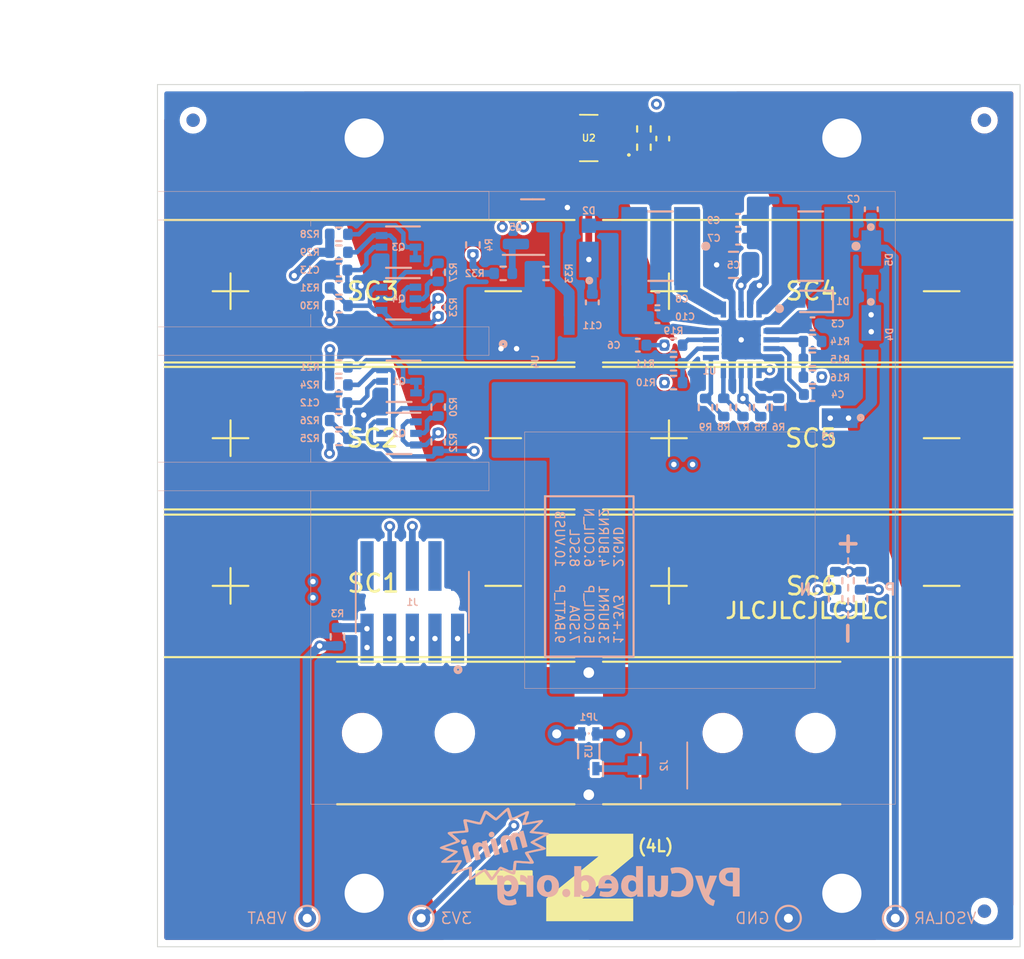
<source format=kicad_pcb>
(kicad_pcb (version 20211014) (generator pcbnew)
  (layers (0 "F.Cu" signal "Top") (1 "In1.Cu" signal) (2 "In2.Cu" signal) (31 "B.Cu" signal "Bottom") (34 "B.Paste" user) (35 "F.Paste" user) (36 "B.SilkS" user "B.Silkscreen") (37 "F.SilkS" user "F.Silkscreen") (38 "B.Mask" user) (39 "F.Mask" user) (44 "Edge.Cuts" user))
  (net 0 "")
  (net 1 "GND")
  (net 2 "+3V3")
  (net 3 "Net-(C7-Pad1)")
  (net 4 "Net-(L1-Pad2)")
  (net 5 "VOUT_EN")
  (net 6 "VSOLAR")
  (net 7 "VBAT_OK")
  (net 8 "VUSB")
  (net 9 "BATT_P")
  (net 10 "COIL_N")
  (net 11 "COIL_P")
  (net 12 "Net-(C4-Pad1)")
  (net 13 "Net-(C10-Pad1)")
  (net 14 "Net-(L2-Pad1)")
  (net 15 "Net-(R10-Pad2)")
  (net 16 "Net-(R5-Pad1)")
  (net 17 "Net-(R7-Pad1)")
  (net 18 "Net-(R8-Pad1)")
  (net 19 "Net-(R10-Pad1)")
  (net 20 "Net-(R14-Pad1)")
  (net 21 "Net-(C12-Pad1)")
  (net 22 "/coil")
  (net 23 "/VSOLAR_FULL")
  (net 24 "BURN1")
  (net 25 "Net-(C13-Pad1)")
  (net 26 "Net-(D3-Pad1)")
  (net 27 "SDA")
  (net 28 "SCL")
  (net 29 "BURN2")
  (net 30 "Net-(Q1-Pad2)")
  (net 31 "Net-(Q1-Pad6)")
  (net 32 "Net-(Q2-Pad2)")
  (net 33 "SCL_LS")
  (net 34 "Net-(Q3-Pad2)")
  (net 35 "Net-(Q3-Pad6)")
  (net 36 "Net-(Q4-Pad2)")
  (net 37 "SDA_LS")
  (net 38 "Net-(R1-Pad1)")
  (net 40 "VBAT")
  (net 41 "Net-(H5-Pad1)")
  (net 42 "Net-(H6-Pad1)")
  (net 43 "Net-(J2-Pad3)")
  (net 44 "/VBURN")
  (net 45 "Net-(Q5-Pad1)")
  (net 46 "Net-(Q5-Pad3)")
  (footprint "solarpanels:KXOB25-05X3F" (layer "F.Cu") (at 83.9 70.441)
    (fp_text reference "SC1")
    (fp_text value "SolarCell_Small")
  )
  (footprint "solarpanels:KXOB25-05X3F" (layer "F.Cu") (at 83.899988 62.15)
    (fp_text reference "SC2")
    (fp_text value "SolarCell_Small")
  )
  (footprint "solarpanels:KXOB25-05X3F" (layer "F.Cu") (at 108.5 53.9)
    (fp_text reference "SC4")
    (fp_text value "SolarCell_Small")
  )
  (footprint "solarpanels:KXOB25-05X3F" (layer "F.Cu") (at 108.5 62.15)
    (fp_text reference "SC5")
    (fp_text value "SolarCell_Small")
  )
  (footprint "solarpanels:KXOB25-05X3F" (layer "F.Cu") (at 108.5 70.441)
    (fp_text reference "SC6")
    (fp_text value "SolarCell_Small")
  )
  (footprint "Capacitor_SMD:C_0402_1005Metric" (layer "F.Cu") (at 110.85 45.33 -90)
    (fp_text reference "C1" hide)
    (fp_text value "1uF")
  )
  (footprint "Resistor_SMD:R_0402_1005Metric" (layer "F.Cu") (at 109.794203 45.815003 -90)
    (fp_text reference "R1" hide)
    (fp_text value "0")
  )
  (footprint "solarpanels:TSL2561" (layer "F.Cu") (at 106.7 45.3 180)
    (fp_text reference "U2")
    (fp_text value "TSL2561" hide)
  )
  (footprint "Resistor_SMD:R_0402_1005Metric" (layer "F.Cu") (at 109.794203 44.790003 -90)
    (fp_text reference "R2" hide)
    (fp_text value "0")
  )
  (footprint "Fiducial:Fiducial_0.75mm_Mask1.5mm" (layer "F.Cu") (at 128.9 88.7)
    (fp_text reference "REF**" hide)
    (fp_text value "Fiducial_0.75mm_Mask1.5mm")
  )
  (footprint "Fiducial:Fiducial_0.75mm_Mask1.5mm" (layer "F.Cu") (at 84.5 44.3)
    (fp_text reference "REF**" hide)
    (fp_text value "Fiducial_0.75mm_Mask1.5mm")
  )
  (footprint "Fiducial:Fiducial_0.75mm_Mask1.5mm" (layer "F.Cu") (at 128.9 44.3)
    (fp_text reference "REF**" hide)
    (fp_text value "Fiducial_0.75mm_Mask1.5mm")
  )
  (footprint "solarpanels:KXOB25-05X3F" (layer "F.Cu") (at 83.899988 53.9)
    (fp_text reference "SC3")
    (fp_text value "SolarCell_Small")
  )
  (footprint "custom-footprints:ypanel" (layer "F.Cu") (at 106.0958 86.5632)
    (fp_text reference "Ref**" hide)
    (fp_text value "Val**" hide)
  )
  (footprint "solarpanels:Antenna Mount" (layer "F.Cu") (at 108.5 78.7)
    (fp_text reference "H6" hide)
    (fp_text value "MountingHole_Pad")
  )
  (footprint "solarpanels:Antenna Mount" (layer "F.Cu") (at 104.9 78.7 180)
    (fp_text reference "H5" hide)
    (fp_text value "MountingHole_Pad")
  )
  (footprint "Capacitor_SMD:C_0805_2012Metric" (layer "B.Cu") (at 114.82425 52.421 180)
    (fp_text reference "C5")
    (fp_text value "100uF")
  )
  (footprint "Capacitor_SMD:C_0402_1005Metric" (layer "B.Cu") (at 115.07425 49.921 180)
    (fp_text reference "C9")
    (fp_text value "0.1uF")
  )
  (footprint "Capacitor_SMD:C_0402_1005Metric" (layer "B.Cu") (at 110.553035 54.328844)
    (fp_text reference "C8")
    (fp_text value "22uF")
  )
  (footprint "Capacitor_SMD:C_0402_1005Metric" (layer "B.Cu") (at 109.453035 56.928844 180)
    (fp_text reference "C6")
    (fp_text value "1uF")
  )
  (footprint "Capacitor_SMD:C_0402_1005Metric" (layer "B.Cu") (at 119.25 59.7)
    (fp_text reference "C4")
    (fp_text value "10nF")
  )
  (footprint "solarpanels:LPS4018" (layer "B.Cu") (at 110.7258 51.371 180)
    (fp_text reference "L2" hide)
    (fp_text value "10uH-LPS4018-103MR" hide)
  )
  (footprint "Resistor_SMD:R_0402_1005Metric" (layer "B.Cu") (at 119.25304 57.721 180)
    (fp_text reference "R15")
    (fp_text value "0")
  )
  (footprint "Resistor_SMD:R_0402_1005Metric" (layer "B.Cu") (at 113.25304 60.428844 90)
    (fp_text reference "R9")
    (fp_text value "4.53M")
  )
  (footprint "Resistor_SMD:R_0402_1005Metric" (layer "B.Cu") (at 111.453035 57.971)
    (fp_text reference "R11")
    (fp_text value "4.75M")
  )
  (footprint "Resistor_SMD:R_0402_1005Metric" (layer "B.Cu") (at 115.35304 60.421 90)
    (fp_text reference "R7")
    (fp_text value "374K")
  )
  (footprint "Resistor_SMD:R_0402_1005Metric" (layer "B.Cu") (at 111.453035 56.928844 180)
    (fp_text reference "R19")
    (fp_text value "0")
  )
  (footprint "Resistor_SMD:R_0402_1005Metric" (layer "B.Cu") (at 114.27425 60.421 90)
    (fp_text reference "R8")
    (fp_text value "8.25M")
  )
  (footprint "Resistor_SMD:R_0402_1005Metric" (layer "B.Cu") (at 119.25304 56.721)
    (fp_text reference "R14")
    (fp_text value "0")
  )
  (footprint "Resistor_SMD:R_0402_1005Metric" (layer "B.Cu") (at 111.453035 59.028844 180)
    (fp_text reference "R10")
    (fp_text value "8.25M")
  )
  (footprint "solarpanels:QFN50P350X350X100-21N-D" (layer "B.Cu") (at 115.253035 56.628844 180)
    (fp_text reference "U1")
    (fp_text value "BQ25570RGRR" hide)
  )
  (footprint "solarpanels:LPS4018" (layer "B.Cu") (at 119.15459 51.371 180)
    (fp_text reference "L1" hide)
    (fp_text value "22uH-LPS4018-223MR" hide)
  )
  (footprint "Resistor_SMD:R_0402_1005Metric" (layer "B.Cu") (at 119.253 58.7248 180)
    (fp_text reference "R16")
    (fp_text value "0")
  )
  (footprint "Resistor_SMD:R_0402_1005Metric" (layer "B.Cu") (at 116.35 60.428844 -90)
    (fp_text reference "R5")
    (fp_text value "7.32M")
  )
  (footprint "Capacitor_SMD:C_0402_1005Metric" (layer "B.Cu") (at 115.07425 50.921 180)
    (fp_text reference "C7")
    (fp_text value "4.7uF")
  )
  (footprint "solarpanels:MICROSMP" (layer "B.Cu") (at 106.7054 51.471 90)
    (fp_text reference "D2")
    (fp_text value "MSS1P4-M3_89A" hide)
  )
  (footprint "Resistor_SMD:R_0402_1005Metric" (layer "B.Cu") (at 117.35 60.421 90)
    (fp_text reference "R6")
    (fp_text value "5.62M")
  )
  (footprint "Capacitor_SMD:C_0402_1005Metric" (layer "B.Cu") (at 122.55304 49.298844 90)
    (fp_text reference "C2")
    (fp_text value "0.1uF")
  )
  (footprint "Capacitor_SMD:C_0402_1005Metric" (layer "B.Cu") (at 119.25304 55.728844)
    (fp_text reference "C3")
    (fp_text value "4.7uF")
  )
  (footprint "TestPoint:TestPoint_THTPad_D1.0mm_Drill0.5mm" (layer "B.Cu") (at 117.9 89.1)
    (fp_text reference "TP2" hide)
    (fp_text value "TP")
  )
  (footprint "TestPoint:TestPoint_THTPad_D1.0mm_Drill0.5mm" (layer "B.Cu") (at 97.3 89.1)
    (fp_text reference "TP3" hide)
    (fp_text value "TP")
  )
  (footprint "TestPoint:TestPoint_THTPad_D1.0mm_Drill0.5mm" (layer "B.Cu") (at 90.9 89.1)
    (fp_text reference "TP4" hide)
    (fp_text value "TP")
  )
  (footprint "TestPoint:TestPoint_THTPad_D1.0mm_Drill0.5mm" (layer "B.Cu") (at 123.9 89.1)
    (fp_text reference "TP1" hide)
    (fp_text value "TP")
  )
  (footprint "Resistor_SMD:R_0402_1005Metric" (layer "B.Cu") (at 120.55 71.16 90)
    (fp_text reference "R18" hide)
    (fp_text value "0")
  )
  (footprint "Resistor_SMD:R_0402_1005Metric" (layer "B.Cu") (at 120.55 70.15 90)
    (fp_text reference "R17" hide)
    (fp_text value "0")
  )
  (footprint "Resistor_SMD:R_0402_1005Metric" (layer "B.Cu") (at 121.95 70.15 90)
    (fp_text reference "R12" hide)
    (fp_text value "0")
  )
  (footprint "Resistor_SMD:R_0402_1005Metric" (layer "B.Cu") (at 121.95 71.16 90)
    (fp_text reference "R13" hide)
    (fp_text value "0")
  )
  (footprint "Fiducial:Fiducial_0.75mm_Mask1.5mm" (layer "B.Cu") (at 128.9 44.3)
    (fp_text reference "REF**" hide)
    (fp_text value "Fiducial_0.75mm_Mask1.5mm")
  )
  (footprint "Fiducial:Fiducial_0.75mm_Mask1.5mm" (layer "B.Cu") (at 84.5 44.3)
    (fp_text reference "REF**" hide)
    (fp_text value "Fiducial_0.75mm_Mask1.5mm")
  )
  (footprint "Fiducial:Fiducial_0.75mm_Mask1.5mm" (layer "B.Cu") (at 128.9 88.7)
    (fp_text reference "REF**" hide)
    (fp_text value "Fiducial_0.75mm_Mask1.5mm")
  )
  (footprint "Diode_SMD:D_SOD-523" (layer "B.Cu") (at 119.2538 54.471 180)
    (fp_text reference "D1")
    (fp_text value "SZMM5Z5V1T1G")
  )
  (footprint "Resistor_SMD:R_0402_1005Metric" (layer "B.Cu") (at 92.675 58.15)
    (fp_text reference "R21")
    (fp_text value "100K")
  )
  (footprint "Resistor_SMD:R_0402_1005Metric" (layer "B.Cu") (at 98.25 52.839 90)
    (fp_text reference "R27")
    (fp_text value "680")
  )
  (footprint "solarpanels:MICROSMP" (layer "B.Cu") (at 122.55304 52.128844 -90)
    (fp_text reference "D5")
    (fp_text value "MSS1P4-M3_89A" hide)
  )
  (footprint "solarpanels:MICROSMP" (layer "B.Cu") (at 120.125 61.025 180)
    (fp_text reference "D3")
    (fp_text value "MSS1P4-M3_89A" hide)
  )
  (footprint "Capacitor_SMD:C_0402_1005Metric" (layer "B.Cu") (at 106.9 54.528844 -90)
    (fp_text reference "C11")
    (fp_text value "0.1uF")
  )
  (footprint "Resistor_SMD:R_0402_1005Metric" (layer "B.Cu") (at 98.25 60.4 90)
    (fp_text reference "R20")
    (fp_text value "680")
  )
  (footprint "MountingHole:MountingHole_2.2mm_M2_DIN965_Pad" (layer "B.Cu") (at 94.1 45.3 180)
    (fp_text reference "H2" hide)
    (fp_text value "MountingHole")
  )
  (footprint "custom-footprints:pycubed_mini_logo" (layer "B.Cu") (at 99.958009 85.133348 180)
    (fp_text reference "Ref**" hide)
    (fp_text value "Val**" hide)
  )
  (footprint "Resistor_SMD:R_0402_1005Metric" (layer "B.Cu") (at 98.25 54.8 90)
    (fp_text reference "R23")
    (fp_text value "0")
  )
  (footprint "Capacitor_SMD:C_0402_1005Metric" (layer "B.Cu") (at 92.675 60.16 180)
    (fp_text reference "C12")
    (fp_text value "10nF")
  )
  (footprint "solarpanels:ATB2012" (layer "B.Cu") (at 106.7 79.725 90)
    (fp_text reference "U3")
    (fp_text value "ATB2012-50011-T000")
  )
  (footprint "Resistor_SMD:R_0402_1005Metric" (layer "B.Cu") (at 92.675 50.702991)
    (fp_text reference "R28")
    (fp_text value "100K")
  )
  (footprint "Resistor_SMD:R_0402_1005Metric" (layer "B.Cu") (at 101.9 52.9 180)
    (fp_text reference "R32")
    (fp_text value "4.7k")
  )
  (footprint "Resistor_SMD:R_0402_1005Metric" (layer "B.Cu") (at 98.25 62.3558 90)
    (fp_text reference "R22")
    (fp_text value "0")
  )
  (footprint "Resistor_SMD:R_0402_1005Metric" (layer "B.Cu") (at 100.2 51.3 90)
    (fp_text reference "R4")
    (fp_text value "10k")
  )
  (footprint "Resistor_SMD:R_0402_1005Metric" (layer "B.Cu") (at 104.3 52.9 180)
    (fp_text reference "R33")
    (fp_text value "100k")
  )
  (footprint "Resistor_SMD:R_0402_1005Metric" (layer "B.Cu") (at 92.675 59.16)
    (fp_text reference "R24")
    (fp_text value "10K")
  )
  (footprint "solarpanels:Burn-Wire-Rotated" (layer "B.Cu") (at 106.7 78.74 180)
    (fp_text reference "JP1")
    (fp_text value "Jumper")
  )
  (footprint "Resistor_SMD:R_0402_1005Metric" (layer "B.Cu") (at 92.675 53.712991)
    (fp_text reference "R31")
    (fp_text value "200K")
  )
  (footprint "Resistor_SMD:R_0402_1005Metric" (layer "B.Cu") (at 92.675 62.16)
    (fp_text reference "R25")
    (fp_text value "10K")
  )
  (footprint "Package_TO_SOT_SMD:SOT-363_SC-70-6" (layer "B.Cu") (at 96.025 51.425 180)
    (fp_text reference "Q3")
    (fp_text value "BSS138DWQ-7")
  )
  (footprint "MountingHole:MountingHole_2.2mm_M2_DIN965_Pad" (layer "B.Cu") (at 120.900012 87.700002 180)
    (fp_text reference "H4" hide)
    (fp_text value "MountingHole")
  )
  (footprint "Package_TO_SOT_SMD:SOT-23" (layer "B.Cu") (at 103.55 50.3)
    (fp_text reference "Q5")
    (fp_text value "IRLML2803")
  )
  (footprint "Resistor_SMD:R_0402_1005Metric" (layer "B.Cu") (at 92.675 61.16)
    (fp_text reference "R26")
    (fp_text value "200K")
  )
  (footprint "Resistor_SMD:R_0402_1005Metric" (layer "B.Cu") (at 92.6 73.3 -90)
    (fp_text reference "R3")
    (fp_text value "0")
  )
  (footprint "MountingHole:MountingHole_2.2mm_M2_DIN965_Pad" (layer "B.Cu") (at 94.09999 87.700002 180)
    (fp_text reference "H3" hide)
    (fp_text value "MountingHole")
  )
  (footprint "solarpanels:U.FL-R-SMT-1" (layer "B.Cu") (at 110.925 80.525 90)
    (fp_text reference "J2")
    (fp_text value "U.FL-R-SMT-1" hide)
  )
  (footprint "Package_TO_SOT_SMD:SOT-363_SC-70-6" (layer "B.Cu") (at 96.056089 61.880711 180)
    (fp_text reference "Q2")
    (fp_text value "MBT2222ADW1T1")
  )
  (footprint "Resistor_SMD:R_0402_1005Metric" (layer "B.Cu") (at 92.675 54.712991)
    (fp_text reference "R30")
    (fp_text value "10K")
  )
  (footprint "Package_TO_SOT_SMD:SOT-363_SC-70-6" (layer "B.Cu") (at 96.056089 58.955711 180)
    (fp_text reference "Q1")
    (fp_text value "BSS138DWQ-7")
  )
  (footprint "solarpanels:NDS8434" (layer "B.Cu") (at 103.7 57.8625)
    (fp_text reference "U4")
    (fp_text value "NDS8434" hide)
  )
  (footprint "Package_TO_SOT_SMD:SOT-363_SC-70-6" (layer "B.Cu") (at 96.025 54.325 180)
    (fp_text reference "Q4")
    (fp_text value "MBT2222ADW1T1")
  )
  (footprint "Capacitor_SMD:C_0402_1005Metric" (layer "B.Cu") (at 92.675 52.712991 180)
    (fp_text reference "C13")
    (fp_text value "10nF")
  )
  (footprint "MountingHole:MountingHole_2.2mm_M2_DIN965_Pad" (layer "B.Cu") (at 120.900012 45.300011 180)
    (fp_text reference "H1" hide)
    (fp_text value "MountingHole")
  )
  (footprint "Resistor_SMD:R_0402_1005Metric" (layer "B.Cu") (at 92.675 51.712991)
    (fp_text reference "R29")
    (fp_text value "10K")
  )
  (footprint "Capacitor_SMD:C_0402_1005Metric" (layer "B.Cu") (at 110.553035 55.328844)
    (fp_text reference "C10")
    (fp_text value "0.1uF")
  )
  (footprint "batteryboard:FTS-105-XX-YY-DV-A" (layer "B.Cu") (at 96.8 71.36 180)
    (fp_text reference "J1")
    (fp_text value "FTS-105-01-L-DV-A" hide)
  )
  (footprint "solarpanels:MICROSMP" (layer "B.Cu") (at 122.55304 56.328844 -90)
    (fp_text reference "D4")
    (fp_text value "MSS1P4-M3_89A" hide)
  )
  (gr_line (start 121.253 69.939) (end 121.253 69.6215) (layer "B.SilkS") (width 0.12))
  (gr_line (start 121.253 70.3835) (end 121.253 70.701) (layer "B.SilkS") (width 0.12))
  (gr_line (start 121.253 71.1455) (end 121.253 71.463) (layer "B.SilkS") (width 0.12))
  (gr_line (start 121.253 68.89125) (end 121.253 69.20875) (layer "B.SilkS") (width 0.12))
  (gr_line (start 121.253 72.225) (end 121.253 71.9075) (layer "B.SilkS") (width 0.12))
  (gr_line (start 91.1 82.7) (end 91.1 65.1) (layer "B.SilkS") (width 0.0254))
  (gr_line (start 119.4 76.2) (end 103.1 76.2) (layer "B.SilkS") (width 0.0254))
  (gr_line (start 101.1 55.9) (end 82.55 55.9) (layer "B.SilkS") (width 0.0254))
  (gr_line (start 103.1 61.8) (end 119.4 61.8) (layer "B.SilkS") (width 0.0254))
  (gr_rect (start 104.2454 65.4112) (end 109.2154 74.4112) (layer "B.SilkS") (width 0.12) (fill none))
  (gr_line (start 91.1 50.25) (end 91.1 49.9) (layer "B.SilkS") (width 0.0254))
  (gr_line (start 82.55 57.5) (end 101.1 57.5) (layer "B.SilkS") (width 0.0254))
  (gr_line (start 119.4 61.8) (end 119.4 76.2) (layer "B.SilkS") (width 0.0254))
  (gr_line (start 101.1 63.5) (end 82.55 63.5) (layer "B.SilkS") (width 0.0254))
  (gr_line (start 91.1 63.5) (end 91.1 62.75) (layer "B.SilkS") (width 0.0254))
  (gr_line (start 123.9 48.3) (end 123.9 82.7) (layer "B.SilkS") (width 0.0254))
  (gr_line (start 91.1 57.775) (end 91.1 57.5) (layer "B.SilkS") (width 0.0254))
  (gr_line (start 91.1 48.3) (end 123.9 48.3) (layer "B.SilkS") (width 0.0254))
  (gr_line (start 123.9 82.7) (end 91.1 82.7) (layer "B.SilkS") (width 0.0254))
  (gr_line (start 82.55 49.9) (end 101.1 49.9) (layer "B.SilkS") (width 0.0254))
  (gr_line (start 101.1 65.1) (end 101.1 63.5) (layer "B.SilkS") (width 0.0254))
  (gr_line (start 101.1 49.9) (end 101.1 48.3) (layer "B.SilkS") (width 0.0254))
  (gr_line (start 101.1 55.9) (end 101.1 57.5) (layer "B.SilkS") (width 0.0254))
  (gr_line (start 91.1 55.9) (end 91.1 55.2) (layer "B.SilkS") (width 0.0254))
  (gr_line (start 103.1 76.2) (end 103.1 61.8) (layer "B.SilkS") (width 0.0254))
  (gr_line (start 82.55 65.1) (end 101.1 65.1) (layer "B.SilkS") (width 0.0254))
  (gr_line (start 101.1 48.3) (end 82.55 48.3) (layer "B.SilkS") (width 0.0254))
  (gr_line (start 82.5 90.7) (end 82.5 42.3) (layer "Edge.Cuts") (width 0.05))
  (gr_line (start 82.5 42.3) (end 130.9 42.3) (layer "Edge.Cuts") (width 0.05))
  (gr_line (start 82.5 90.7) (end 130.9 90.7) (layer "Edge.Cuts") (width 0.05))
  (gr_line (start 130.9 42.3) (end 130.9 90.7) (layer "Edge.Cuts") (width 0.05))
  (gr_text "GND" (at 116.9 89.1) (layer "B.SilkS") (effects (font (size 0.635 0.635) (thickness 0.0762)) (justify left mirror)))
  (gr_text "VSOLAR" (at 128.5 89.1) (layer "B.SilkS") (effects (font (size 0.635 0.635) (thickness 0.0762)) (justify left mirror)))
  (gr_text "VBAT" (at 89.8 89.1) (layer "B.SilkS") (effects (font (size 0.635 0.635) (thickness 0.0762)) (justify left mirror)))
  (gr_text "3V3" (at 100.2 89.1) (layer "B.SilkS") (effects (font (size 0.635 0.635) (thickness 0.0762)) (justify left mirror)))
  (gr_text "+" (at 121.253 68.16 180) (layer "B.SilkS") (effects (font (size 1.143 1.143) (thickness 0.2032)) (justify mirror)))
  (gr_text "P" (at 123.6 70.65) (layer "B.SilkS") (effects (font (size 0.635 0.635) (thickness 0.127)) (justify mirror)))
  (gr_text "N" (at 118.85 70.65) (layer "B.SilkS") (effects (font (size 0.635 0.635) (thickness 0.127)) (justify mirror)))
  (gr_text "-" (at 121.15 73.1 90) (layer "B.SilkS") (effects (font (size 1.143 1.143) (thickness 0.2032)) (justify mirror)))
  (gr_text "2.GND\n4.BURN2\n6.COIL_N\n8.SCL\n10.VUSB" (at 106.7054 69.4362 270) (layer "B.SilkS") (effects (font (size 0.508 0.508) (thickness 0.0762)) (justify left mirror)))
  (gr_text "1.+3V3\n3.BURN1\n5.COIL_P\n7.SDA\n9.BATT_P" (at 106.7054 73.7362 270) (layer "B.SilkS") (effects (font (size 0.508 0.508) (thickness 0.0762)) (justify left mirror)))
  (gr_text "(4L)" (at 110.45 85.05) (layer "F.SilkS") (effects (font (size 0.635 0.635) (thickness 0.127))))
  (gr_text "JLCJLCJLCJLC" (at 118.9482 71.8312) (layer "F.SilkS") (effects (font (size 0.889 0.889))))
  (segment (start 110.85 44.85) (end 110.280003 44.280003) (width 0.381) (layer "F.Cu") (net 1))
  (segment (start 107.05 44.35) (end 108.15 44.35) (width 0.381) (layer "F.Cu") (net 1))
  (segment (start 110.280003 44.280003) (end 108.219203 44.280003) (width 0.381) (layer "F.Cu") (net 1))
  (segment (start 106.1 45.3) (end 107.05 44.35) (width 0.381) (layer "F.Cu") (net 1))
  (segment (start 105.5 49.2) (end 106.1 48.6) (width 0.381) (layer "F.Cu") (net 1))
  (segment (start 106.1 48.6) (end 106.1 45.3) (width 0.381) (layer "F.Cu") (net 1))
  (via (at 94.075 60.85) (size 0.6096) (drill 0.3048) (layers "F.Cu" "B.Cu") (net 1))
  (via (at 105.5 49.2) (size 0.6096) (drill 0.3048) (layers "F.Cu" "B.Cu") (net 1))
  (via (at 115.25304 56.628844) (size 0.6096) (drill 0.3048) (layers "F.Cu" "B.Cu") (net 1))
  (via (at 93.925 53.6) (size 0.6096) (drill 0.3048) (layers "F.Cu" "B.Cu") (net 1))
  (via (at 113.87425 52.421) (size 0.6096) (drill 0.3048) (layers "F.Cu" "B.Cu") (net 1))
  (segment (start 114.75304 54.928844) (end 114.75304 56.128844) (width 0.3048) (layer "B.Cu") (net 1))
  (segment (start 108.15 46.25) (end 107.35 46.25) (width 0.381) (layer "F.Cu") (net 2))
  (segment (start 110.85 45.81) (end 110.41 46.25) (width 0.381) (layer "F.Cu") (net 2))
  (segment (start 107.35 46.25) (end 106.7 46.9) (width 0.381) (layer "F.Cu") (net 2))
  (segment (start 110.41 46.25) (end 108.15 46.25) (width 0.381) (layer "F.Cu") (net 2))
  (segment (start 106.7 46.9) (end 106.7 52.1156) (width 0.381) (layer "F.Cu") (net 2))
  (segment (start 106.7 52.1156) (end 106.7054 52.121) (width 0.381) (layer "F.Cu") (net 2))
  (via (at 90.175 53.025) (size 0.6096) (drill 0.3048) (layers "F.Cu" "B.Cu") (net 2))
  (via (at 92.153911 63.004289) (size 0.6096) (drill 0.3048) (layers "F.Cu" "B.Cu") (net 2))
  (via (at 106.7054 52.121) (size 0.6096) (drill 0.3048) (layers "F.Cu" "B.Cu") (net 2))
  (via (at 102.5 83.9) (size 0.6096) (drill 0.3048) (layers "F.Cu" "B.Cu") (net 2))
  (via (at 92.175 57.175) (size 0.6096) (drill 0.3048) (layers "F.Cu" "B.Cu") (net 2))
  (via (at 99.3394 73.4) (size 0.6096) (drill 0.3048) (layers "F.Cu" "B.Cu") (net 2))
  (via (at 92.172991 55.55) (size 0.6096) (drill 0.3048) (layers "F.Cu" "B.Cu") (net 2))
  (segment (start 92.165 51.712991) (end 91.487009 51.712991) (width 0.508) (layer "B.Cu") (net 2))
  (segment (start 99.34 73.3994) (end 99.34 73.395) (width 0.508) (layer "B.Cu") (net 2))
  (segment (start 106.9 54.048844) (end 106.9 52.3156) (width 0.508) (layer "B.Cu") (net 2))
  (segment (start 92.165 55.542009) (end 92.172991 55.55) (width 0.381) (layer "B.Cu") (net 2))
  (segment (start 97.3 89.1) (end 102.5 83.9) (width 0.381) (layer "B.Cu") (net 2))
  (segment (start 92.175 58.14) (end 92.165 58.15) (width 0.508) (layer "B.Cu") (net 2))
  (segment (start 91.487009 51.712991) (end 90.175 53.025) (width 0.508) (layer "B.Cu") (net 2))
  (segment (start 92.165 54.712991) (end 92.165 55.542009) (width 0.381) (layer "B.Cu") (net 2))
  (segment (start 92.165 51.712991) (end 92.165 50.702991) (width 0.508) (layer "B.Cu") (net 2))
  (segment (start 99.3394 73.4) (end 99.34 73.3994) (width 0.508) (layer "B.Cu") (net 2))
  (segment (start 92.175 57.175) (end 92.175 58.14) (width 0.508) (layer "B.Cu") (net 2))
  (segment (start 92.165 62.16) (end 92.165 62.9932) (width 0.381) (layer "B.Cu") (net 2))
  (segment (start 92.165 59.16) (end 92.165 58.15) (width 0.508) (layer "B.Cu") (net 2))
  (segment (start 106.9 52.3156) (end 106.7054 52.121) (width 0.508) (layer "B.Cu") (net 2))
  (segment (start 92.165 62.9932) (end 92.153911 63.004289) (width 0.381) (layer "B.Cu") (net 2))
  (via (at 119.775 58.7) (size 0.6096) (drill 0.3048) (layers "F.Cu" "B.Cu") (net 3))
  (via (at 116.275 53.575) (size 0.6096) (drill 0.3048) (layers "F.Cu" "B.Cu") (net 3))
  (via (at 110.943035 56.928844) (size 0.6096) (drill 0.3048) (layers "F.Cu" "B.Cu") (net 5))
  (via (at 116.85 58.325) (size 0.6096) (drill 0.3048) (layers "F.Cu" "B.Cu") (net 5))
  (segment (start 109.933035 56.928844) (end 110.943035 56.928844) (width 0.254) (layer "B.Cu") (net 5))
  (segment (start 116.846156 58.328844) (end 116.253035 58.328844) (width 0.254) (layer "B.Cu") (net 5))
  (segment (start 116.85 58.325) (end 116.846156 58.328844) (width 0.254) (layer "B.Cu") (net 5))
  (segment (start 122.445196 51.371) (end 120.63414 51.371) (width 0.635) (layer "B.Cu") (net 6))
  (segment (start 123.9 52) (end 123.378844 51.478844) (width 0.381) (layer "B.Cu") (net 6))
  (segment (start 123.9 89.1) (end 123.9 52) (width 0.381) (layer "B.Cu") (net 6))
  (segment (start 122.55304 51.478844) (end 122.55304 49.778844) (width 0.508) (layer "B.Cu") (net 6))
  (segment (start 123.378844 51.478844) (end 122.55304 51.478844) (width 0.381) (layer "B.Cu") (net 6))
  (segment (start 118.77304 55.721) (end 119.6857 56.63366) (width 0.29972) (layer "B.Cu") (net 6))
  (segment (start 113.553035 56.628844) (end 112.263035 56.628844) (width 0.254) (layer "B.Cu") (net 7))
  (segment (start 112.263035 56.628844) (end 111.963035 56.928844) (width 0.254) (layer "B.Cu") (net 7))
  (via (at 94.26 73.9) (size 0.6096) (drill 0.3048) (layers "F.Cu" "B.Cu") (net 9))
  (via (at 102.65 57.125) (size 0.6096) (drill 0.3048) (layers "F.Cu" "B.Cu") (net 9))
  (via (at 94.255 72.845) (size 0.6096) (drill 0.3048) (layers "F.Cu" "B.Cu") (net 9))
  (via (at 101.775 57.125) (size 0.6096) (drill 0.3048) (layers "F.Cu" "B.Cu") (net 9))
  (segment (start 92.6 72.79) (end 94.2 72.79) (width 0.508) (layer "B.Cu") (net 9))
  (segment (start 94.2 72.79) (end 94.255 72.845) (width 0.508) (layer "B.Cu") (net 9))
  (via (at 96.8 67.1) (size 0.6096) (drill 0.3048) (layers "F.Cu" "B.Cu") (net 10))
  (via (at 119.553 70.66) (size 0.6096) (drill 0.3048) (layers "F.Cu" "B.Cu") (net 10))
  (segment (start 119.553 70.66) (end 120.533 70.66) (width 0.381) (layer "B.Cu") (net 10))
  (segment (start 96.8 69.325) (end 96.8 67.1) (width 0.381) (layer "B.Cu") (net 10))
  (via (at 96.8 73.4) (size 0.6096) (drill 0.3048) (layers "F.Cu" "B.Cu") (net 11))
  (via (at 122.953 70.66) (size 0.6096) (drill 0.3048) (layers "F.Cu" "B.Cu") (net 11))
  (segment (start 96.8 73.4) (end 96.8 73.395) (width 0.381) (layer "B.Cu") (net 11))
  (segment (start 122.953 70.66) (end 121.953 70.66) (width 0.381) (layer "B.Cu") (net 11))
  (segment (start 118.77 59.67) (end 117.95304 58.85304) (width 0.254) (layer "B.Cu") (net 12))
  (segment (start 117.611835 57.128844) (end 116.95304 57.128844) (width 0.254) (layer "B.Cu") (net 12))
  (segment (start 117.95304 58.85304) (end 117.95304 57.470049) (width 0.254) (layer "B.Cu") (net 12))
  (segment (start 117.95304 57.470049) (end 117.611835 57.128844) (width 0.254) (layer "B.Cu") (net 12))
  (segment (start 118.77 59.7) (end 118.77 59.67) (width 0.254) (layer "B.Cu") (net 12))
  (segment (start 106.7054 50.221) (end 109.24625 50.221) (width 0.508) (layer "B.Cu") (net 13))
  (via (at 115.35 59.925) (size 0.6096) (drill 0.3048) (layers "F.Cu" "B.Cu") (net 15))
  (via (at 110.95 59.025) (size 0.6096) (drill 0.3048) (layers "F.Cu" "B.Cu") (net 15))
  (segment (start 115.35 59.925) (end 116.35 60.925) (width 0.254) (layer "B.Cu") (net 15))
  (segment (start 115.35304 59.911) (end 115.35 59.91404) (width 0.254) (layer "B.Cu") (net 15))
  (segment (start 116.35 60.925) (end 116.35 60.938844) (width 0.254) (layer "B.Cu") (net 15))
  (segment (start 115.35 59.91404) (end 115.35 59.925) (width 0.254) (layer "B.Cu") (net 15))
  (segment (start 115.253035 58.328844) (end 115.253035 59.810995) (width 0.254) (layer "B.Cu") (net 15))
  (segment (start 116.35 59.918844) (end 116.357844 59.911) (width 0.254) (layer "B.Cu") (net 16))
  (segment (start 116.357844 59.911) (end 117.35 59.911) (width 0.254) (layer "B.Cu") (net 16))
  (segment (start 115.753035 59.321879) (end 116.35 59.918844) (width 0.254) (layer "B.Cu") (net 16))
  (segment (start 115.753035 58.328844) (end 115.753035 59.321879) (width 0.254) (layer "B.Cu") (net 16))
  (segment (start 115.355196 60.931) (end 114.335196 59.911) (width 0.254) (layer "B.Cu") (net 17))
  (segment (start 114.253035 58.328844) (end 114.253035 59.889785) (width 0.254) (layer "B.Cu") (net 17))
  (segment (start 114.265196 60.931) (end 113.25304 59.918844) (width 0.254) (layer "B.Cu") (net 18))
  (segment (start 113.25304 59.918844) (end 113.553035 59.618849) (width 0.254) (layer "B.Cu") (net 18))
  (segment (start 113.553035 59.618849) (end 113.553035 57.628844) (width 0.254) (layer "B.Cu") (net 18))
  (segment (start 113.55304 57.128844) (end 112.805191 57.128844) (width 0.254) (layer "B.Cu") (net 19))
  (segment (start 112.805191 57.128844) (end 111.963035 57.971) (width 0.254) (layer "B.Cu") (net 19))
  (segment (start 111.963035 57.971) (end 111.963035 59.028844) (width 0.254) (layer "B.Cu") (net 19))
  (segment (start 118.743 58.7248) (end 118.743 57.72104) (width 0.254) (layer "B.Cu") (net 20))
  (segment (start 118.650884 56.628844) (end 116.953035 56.628844) (width 0.254) (layer "B.Cu") (net 20))
  (segment (start 118.74304 57.721) (end 118.74304 56.721) (width 0.254) (layer "B.Cu") (net 20))
  (segment (start 118.743 57.72104) (end 118.74304 57.721) (width 0.254) (layer "B.Cu") (net 20))
  (segment (start 94.675 58.955711) (end 94.275 59.355711) (width 0.254) (layer "B.Cu") (net 21))
  (segment (start 94.275 59.775) (end 93.894289 60.155711) (width 0.254) (layer "B.Cu") (net 21))
  (segment (start 93.185 61.16) (end 93.185 60.19) (width 0.254) (layer "B.Cu") (net 21))
  (segment (start 94.275 59.355711) (end 94.275 59.775) (width 0.254) (layer "B.Cu") (net 21))
  (segment (start 93.159289 60.155711) (end 93.155 60.16) (width 0.254) (layer "B.Cu") (net 21))
  (segment (start 93.894289 60.155711) (end 93.159289 60.155711) (width 0.254) (layer "B.Cu") (net 21))
  (segment (start 95.121089 58.955711) (end 94.675 58.955711) (width 0.254) (layer "B.Cu") (net 21))
  (via (at 110.500008 43.399989) (size 0.6096) (drill 0.3048) (layers "F.Cu" "B.Cu") (net 22))
  (via (at 121.3 69.64) (size 0.6096) (drill 0.3048) (layers "F.Cu" "B.Cu") (net 22))
  (via (at 121.28 71.67) (size 0.6096) (drill 0.3048) (layers "F.Cu" "B.Cu") (net 22))
  (segment (start 120.55 69.64) (end 121.3 69.64) (width 0.381) (layer "B.Cu") (net 22))
  (segment (start 121.28 71.67) (end 121.95 71.67) (width 0.381) (layer "B.Cu") (net 22))
  (segment (start 120.55 71.67) (end 121.28 71.67) (width 0.381) (layer "B.Cu") (net 22))
  (segment (start 121.3 69.64) (end 121.95 69.64) (width 0.381) (layer "B.Cu") (net 22))
  (via (at 91.225 71.1) (size 0.6096) (drill 0.3048) (layers "F.Cu" "B.Cu") (net 23))
  (via (at 122.55 56.175) (size 0.6096) (drill 0.3048) (layers "F.Cu" "B.Cu") (net 23))
  (via (at 122.54304 55.223044) (size 0.6096) (drill 0.3048) (layers "F.Cu" "B.Cu") (net 23))
  (via (at 91.225 70.2) (size 0.6096) (drill 0.3048) (layers "F.Cu" "B.Cu") (net 23))
  (segment (start 122.55304 55.213044) (end 122.55304 53.228844) (width 0.508) (layer "B.Cu") (net 23))
  (segment (start 122.54304 55.223044) (end 122.55304 55.213044) (width 0.508) (layer "B.Cu") (net 23))
  (via (at 100.2 51.85) (size 0.6096) (drill 0.3048) (layers "F.Cu" "B.Cu") (net 24))
  (via (at 98.0694 73.4) (size 0.6096) (drill 0.3048) (layers "F.Cu" "B.Cu") (net 24))
  (segment (start 98.0694 73.4) (end 98.07 73.3994) (width 0.254) (layer "B.Cu") (net 24))
  (segment (start 100.6 52.9) (end 101.39 52.9) (width 0.381) (layer "B.Cu") (net 24))
  (segment (start 100.2 52.5) (end 100.6 52.9) (width 0.381) (layer "B.Cu") (net 24))
  (segment (start 98.07 73.3994) (end 98.07 73.395) (width 0.254) (layer "B.Cu") (net 24))
  (segment (start 100.2 51.81) (end 100.2 52.5) (width 0.381) (layer "B.Cu") (net 24))
  (segment (start 93.155 52.712991) (end 93.155 53.682991) (width 0.254) (layer "B.Cu") (net 25))
  (segment (start 94.6412 51.425) (end 94.225 51.8412) (width 0.254) (layer "B.Cu") (net 25))
  (segment (start 93.887009 52.712991) (end 93.155 52.712991) (width 0.254) (layer "B.Cu") (net 25))
  (segment (start 94.225 51.8412) (end 94.225 52.375) (width 0.254) (layer "B.Cu") (net 25))
  (segment (start 94.225 52.375) (end 93.887009 52.712991) (width 0.254) (layer "B.Cu") (net 25))
  (segment (start 95.075 51.425) (end 94.6412 51.425) (width 0.254) (layer "B.Cu") (net 25))
  (via (at 120.25 61.025) (size 0.6096) (drill 0.3048) (layers "F.Cu" "B.Cu") (net 26))
  (via (at 112.525 63.625) (size 0.6096) (drill 0.3048) (layers "F.Cu" "B.Cu") (net 26))
  (via (at 121.275 61.025) (size 0.6096) (drill 0.3048) (layers "F.Cu" "B.Cu") (net 26))
  (via (at 111.475 63.625) (size 0.6096) (drill 0.3048) (layers "F.Cu" "B.Cu") (net 26))
  (segment (start 121.275 61.025) (end 121.625 61.025) (width 0.635) (layer "B.Cu") (net 26))
  (segment (start 121.625 61.025) (end 122.55304 60.09696) (width 0.635) (layer "B.Cu") (net 26))
  (segment (start 122.55304 60.09696) (end 122.55304 57.578844) (width 0.635) (layer "B.Cu") (net 26))
  (via (at 95.5294 73.4) (size 0.6096) (drill 0.3048) (layers "F.Cu" "B.Cu") (net 27))
  (via (at 98.25 54.29) (size 0.6096) (drill 0.3048) (layers "F.Cu" "B.Cu") (net 27))
  (segment (start 96.5412 53.675) (end 96.975 53.675) (width 0.254) (layer "B.Cu") (net 27))
  (segment (start 95.5294 73.4) (end 95.53 73.3994) (width 0.254) (layer "B.Cu") (net 27))
  (segment (start 97.565 54.975) (end 98.25 54.29) (width 0.254) (layer "B.Cu") (net 27))
  (segment (start 96.3 53.9162) (end 96.5412 53.675) (width 0.254) (layer "B.Cu") (net 27))
  (segment (start 96.3 54.8) (end 96.3 53.9162) (width 0.254) (layer "B.Cu") (net 27))
  (segment (start 96.975 54.975) (end 97.565 54.975) (width 0.254) (layer "B.Cu") (net 27))
  (segment (start 96.475 54.975) (end 96.3 54.8) (width 0.254) (layer "B.Cu") (net 27))
  (segment (start 96.975 54.975) (end 96.475 54.975) (width 0.254) (layer "B.Cu") (net 27))
  (segment (start 95.53 73.3994) (end 95.53 73.395) (width 0.254) (layer "B.Cu") (net 27))
  (via (at 98.25 61.8458) (size 0.6096) (drill 0.3048) (layers "F.Cu" "B.Cu") (net 28))
  (via (at 95.53 67.1) (size 0.6096) (drill 0.3048) (layers "F.Cu" "B.Cu") (net 28))
  (segment (start 96.521089 62.505711) (end 97.021089 62.505711) (width 0.254) (layer "B.Cu") (net 28))
  (segment (start 97.021089 61.205711) (end 96.521089 61.205711) (width 0.254) (layer "B.Cu") (net 28))
  (segment (start 96.271089 61.455711) (end 96.271089 62.255711) (width 0.254) (layer "B.Cu") (net 28))
  (segment (start 95.53 69.325) (end 95.53 67.1) (width 0.254) (layer "B.Cu") (net 28))
  (segment (start 98.25 61.8458) (end 97.565089 62.530711) (width 0.254) (layer "B.Cu") (net 28))
  (segment (start 97.565089 62.530711) (end 97.006089 62.530711) (width 0.254) (layer "B.Cu") (net 28))
  (segment (start 96.521089 61.205711) (end 96.271089 61.455711) (width 0.254) (layer "B.Cu") (net 28))
  (segment (start 96.271089 62.255711) (end 96.521089 62.505711) (width 0.254) (layer "B.Cu") (net 28))
  (segment (start 96.435289 58.955711) (end 96.283089 58.803511) (width 0.254) (layer "B.Cu") (net 30))
  (segment (start 96.283089 58.219311) (end 95.838778 57.775) (width 0.254) (layer "B.Cu") (net 30))
  (segment (start 93.85 58.15) (end 93.185 58.15) (width 0.254) (layer "B.Cu") (net 30))
  (segment (start 96.283089 58.803511) (end 96.283089 58.219311) (width 0.254) (layer "B.Cu") (net 30))
  (segment (start 97.021089 59.605711) (end 97.021089 58.955711) (width 0.254) (layer "B.Cu") (net 30))
  (segment (start 97.021089 58.955711) (end 96.435289 58.955711) (width 0.254) (layer "B.Cu") (net 30))
  (segment (start 95.838778 57.775) (end 94.225 57.775) (width 0.254) (layer "B.Cu") (net 30))
  (segment (start 94.225 57.775) (end 93.85 58.15) (width 0.254) (layer "B.Cu") (net 30))
  (segment (start 95.471089 61.855711) (end 95.725 61.6018) (width 0.254) (layer "B.Cu") (net 31))
  (segment (start 95.725 58.448622) (end 95.582089 58.305711) (width 0.254) (layer "B.Cu") (net 31))
  (segment (start 95.725 60.9518) (end 95.725 58.448622) (width 0.254) (layer "B.Cu") (net 31))
  (segment (start 93.189289 59.155711) (end 93.185 59.16) (width 0.254) (layer "B.Cu") (net 31))
  (segment (start 95.725 61.6018) (end 95.725 60.9518) (width 0.254) (layer "B.Cu") (net 31))
  (segment (start 94.631089 58.305711) (end 93.781089 59.155711) (width 0.254) (layer "B.Cu") (net 31))
  (segment (start 95.582089 58.305711) (end 94.631089 58.305711) (width 0.254) (layer "B.Cu") (net 31))
  (segment (start 93.781089 59.155711) (end 93.189289 59.155711) (width 0.254) (layer "B.Cu") (net 31))
  (segment (start 95.121089 61.855711) (end 95.471089 61.855711) (width 0.254) (layer "B.Cu") (net 31))
  (segment (start 97.665 60.475) (end 98.25 59.89) (width 0.254) (layer "B.Cu") (net 31))
  (segment (start 96.2018 60.475) (end 97.665 60.475) (width 0.254) (layer "B.Cu") (net 31))
  (segment (start 95.725 60.9518) (end 96.2018 60.475) (width 0.254) (layer "B.Cu") (net 31))
  (segment (start 97.625 61.6956) (end 97.464889 61.855711) (width 0.254) (layer "B.Cu") (net 32))
  (segment (start 97.815 61.01) (end 97.625 61.2) (width 0.254) (layer "B.Cu") (net 32))
  (segment (start 97.625 61.2) (end 97.625 61.6956) (width 0.254) (layer "B.Cu") (net 32))
  (segment (start 98.225 61.01) (end 97.815 61.01) (width 0.254) (layer "B.Cu") (net 32))
  (segment (start 97.464889 61.855711) (end 97.021089 61.855711) (width 0.254) (layer "B.Cu") (net 32))
  (segment (start 103.825 44.35) (end 105.25 44.35) (width 0.254) (layer "F.Cu") (net 33))
  (segment (start 101.85 46.325) (end 103.825 44.35) (width 0.254) (layer "F.Cu") (net 33))
  (segment (start 101.85 50.3) (end 101.85 46.325) (width 0.254) (layer "F.Cu") (net 33))
  (via (at 101.85 50.3) (size 0.6096) (drill 0.3048) (layers "F.Cu" "B.Cu") (net 33))
  (via (at 100.275 62.875) (size 0.6096) (drill 0.3048) (layers "F.Cu" "B.Cu") (net 33))
  (segment (start 94.669289 61.230711) (end 94.475 61.425) (width 0.254) (layer "B.Cu") (net 33))
  (segment (start 95.106089 61.230711) (end 94.669289 61.230711) (width 0.254) (layer "B.Cu") (net 33))
  (segment (start 95.750378 63.175) (end 95.106089 62.530711) (width 0.254) (layer "B.Cu") (net 33))
  (segment (start 100.2658 62.8658) (end 98.25 62.8658) (width 0.254) (layer "B.Cu") (net 33))
  (segment (start 94.235 62.16) (end 93.185 62.16) (width 0.254) (layer "B.Cu") (net 33))
  (segment (start 94.475 61.425) (end 94.475 62.4) (width 0.254) (layer "B.Cu") (net 33))
  (segment (start 100.275 62.875) (end 100.2658 62.8658) (width 0.254) (layer "B.Cu") (net 33))
  (segment (start 94.475 62.4) (end 94.605711 62.530711) (width 0.254) (layer "B.Cu") (net 33))
  (segment (start 98.25 62.8658) (end 97.9408 63.175) (width 0.254) (layer "B.Cu") (net 33))
  (segment (start 94.605711 62.530711) (end 95.106089 62.530711) (width 0.254) (layer "B.Cu") (net 33))
  (segment (start 92.185 61.16) (end 93.185 62.16) (width 0.254) (layer "B.Cu") (net 33))
  (segment (start 94.605711 62.530711) (end 94.235 62.16) (width 0.254) (layer "B.Cu") (net 33))
  (segment (start 97.9408 63.175) (end 95.750378 63.175) (width 0.254) (layer "B.Cu") (net 33))
  (segment (start 96.975 51.425) (end 96.975 52.075) (width 0.254) (layer "B.Cu") (net 34))
  (segment (start 96.3 51.25) (end 96.475 51.425) (width 0.254) (layer "B.Cu") (net 34))
  (segment (start 93.797009 50.702991) (end 94.3 50.2) (width 0.254) (layer "B.Cu") (net 34))
  (segment (start 96.475 51.425) (end 96.975 51.425) (width 0.254) (layer "B.Cu") (net 34))
  (segment (start 95.85 50.2) (end 96.3 50.65) (width 0.254) (layer "B.Cu") (net 34))
  (segment (start 93.797009 50.702991) (end 93.185 50.702991) (width 0.254) (layer "B.Cu") (net 34))
  (segment (start 94.3 50.2) (end 95.85 50.2) (width 0.254) (layer "B.Cu") (net 34))
  (segment (start 96.3 50.65) (end 96.3 51.25) (width 0.254) (layer "B.Cu") (net 34))
  (segment (start 95.654 54.325) (end 95.8 54.179) (width 0.254) (layer "B.Cu") (net 35))
  (segment (start 96.425 52.825) (end 97.754 52.825) (width 0.254) (layer "B.Cu") (net 35))
  (segment (start 97.754 52.825) (end 98.25 52.329) (width 0.254) (layer "B.Cu") (net 35))
  (segment (start 95.8 51.025) (end 95.55 50.775) (width 0.254) (layer "B.Cu") (net 35))
  (segment (start 94.625 50.775) (end 95.075 50.775) (width 0.254) (layer "B.Cu") (net 35))
  (segment (start 93.185 51.712991) (end 93.687009 51.712991) (width 0.254) (layer "B.Cu") (net 35))
  (segment (start 95.55 50.775) (end 95.075 50.775) (width 0.254) (layer "B.Cu") (net 35))
  (segment (start 95.8 53.45) (end 96.425 52.825) (width 0.254) (layer "B.Cu") (net 35))
  (segment (start 95.8 53.525) (end 95.8 53.45) (width 0.254) (layer "B.Cu") (net 35))
  (segment (start 93.687009 51.712991) (end 94.625 50.775) (width 0.254) (layer "B.Cu") (net 35))
  (segment (start 95.8 54.179) (end 95.8 53.525) (width 0.254) (layer "B.Cu") (net 35))
  (segment (start 95.075 54.325) (end 95.654 54.325) (width 0.254) (layer "B.Cu") (net 35))
  (segment (start 95.8 53.525) (end 95.8 51.025) (width 0.254) (layer "B.Cu") (net 35))
  (segment (start 97.625 53.55) (end 97.826 53.349) (width 0.254) (layer "B.Cu") (net 36))
  (segment (start 97.4088 54.325) (end 97.625 54.1088) (width 0.254) (layer "B.Cu") (net 36))
  (segment (start 97.826 53.349) (end 98.25 53.349) (width 0.254) (layer "B.Cu") (net 36))
  (segment (start 96.975 54.325) (end 97.4088 54.325) (width 0.254) (layer "B.Cu") (net 36))
  (segment (start 97.625 54.1088) (end 97.625 53.55) (width 0.254) (layer "B.Cu") (net 36))
  (segment (start 103.05 50.3) (end 103.05 47.425) (width 0.254) (layer "F.Cu") (net 37))
  (segment (start 103.05 47.425) (end 104.225 46.25) (width 0.254) (layer "F.Cu") (net 37))
  (segment (start 104.225 46.25) (end 105.25 46.25) (width 0.254) (layer "F.Cu") (net 37))
  (via (at 103.05 50.3) (size 0.6096) (drill 0.3048) (layers "F.Cu" "B.Cu") (net 37))
  (via (at 98.25 55.31) (size 0.6096) (drill 0.3048) (layers "F.Cu" "B.Cu") (net 37))
  (segment (start 98.25 55.31) (end 97.86 55.7) (width 0.254) (layer "B.Cu") (net 37))
  (segment (start 94.425 54.725) (end 94.675 54.975) (width 0.254) (layer "B.Cu") (net 37))
  (segment (start 97.86 55.7) (end 95.8 55.7) (width 0.254) (layer "B.Cu") (net 37))
  (segment (start 94.425 53.95) (end 94.425 54.725) (width 0.254) (layer "B.Cu") (net 37))
  (segment (start 95.8 55.7) (end 95.075 54.975) (width 0.254) (layer "B.Cu") (net 37))
  (segment (start 94.7 53.675) (end 94.425 53.95) (width 0.254) (layer "B.Cu") (net 37))
  (segment (start 95.075 53.675) (end 94.7 53.675) (width 0.254) (layer "B.Cu") (net 37))
  (segment (start 94.412991 54.712991) (end 93.185 54.712991) (width 0.254) (layer "B.Cu") (net 37))
  (segment (start 92.185 53.712991) (end 93.185 54.712991) (width 0.254) (layer "B.Cu") (net 37))
  (segment (start 94.675 54.975) (end 94.412991 54.712991) (width 0.254) (layer "B.Cu") (net 37))
  (segment (start 94.675 54.975) (end 95.075 54.975) (width 0.254) (layer "B.Cu") (net 37))
  (segment (start 108.149203 45.300003) (end 109.794203 45.300003) (width 0.381) (layer "F.Cu") (net 38))
  (via (at 91.6 73.81) (size 0.6096) (drill 0.3048) (layers "F.Cu" "B.Cu") (net 40))
  (via (at 115.2398 53.5686) (size 0.6096) (drill 0.3048) (layers "F.Cu" "B.Cu") (net 40))
  (segment (start 115.2398 54.915604) (end 115.25304 54.928844) (width 0.29972) (layer "B.Cu") (net 40))
  (segment (start 115.2398 53.5686) (end 115.2398 54.915604) (width 0.29972) (layer "B.Cu") (net 40))
  (segment (start 115.2398 53.5686) (end 115.2398 53.442084) (width 0.508) (layer "B.Cu") (net 40))
  (segment (start 91.6 73.81) (end 90.9 74.51) (width 0.508) (layer "B.Cu") (net 40))
  (segment (start 115.2398 53.442084) (end 115.77425 52.907634) (width 0.508) (layer "B.Cu") (net 40))
  (segment (start 91.6 73.81) (end 92.6 73.81) (width 0.508) (layer "B.Cu") (net 40))
  (segment (start 90.9 74.51) (end 90.9 89.1) (width 0.508) (layer "B.Cu") (net 40))
  (via (at 104.9 78.75) (size 1.016) (drill 0.508) (layers "F.Cu" "B.Cu") (net 41))
  (segment (start 106.3 78.75) (end 104.9 78.75) (width 0.508) (layer "B.Cu") (net 41))
  (via (at 108.5 78.75) (size 1.016) (drill 0.508) (layers "F.Cu" "B.Cu") (net 42))
  (segment (start 107.1 78.75) (end 108.5 78.75) (width 0.508) (layer "B.Cu") (net 42))
  (segment (start 109.225 80.7) (end 109.4 80.525) (width 0.381) (layer "B.Cu") (net 43))
  (segment (start 107.1 80.7) (end 109.225 80.7) (width 0.381) (layer "B.Cu") (net 43))
  (segment (start 102.41 52.9) (end 102.41 51.4525) (width 0.381) (layer "B.Cu") (net 45))
  (segment (start 102.41 51.4525) (end 102.6125 51.25) (width 0.381) (layer "B.Cu") (net 45))
  (segment (start 105.605 55.2463) (end 105.6 55.2413) (width 0.6096) (layer "B.Cu") (net 46))
  (segment (start 105.6 55.2413) (end 105.6 54) (width 0.6096) (layer "B.Cu") (net 46))
  (segment (start 105.6 54) (end 104.8 53.2) (width 0.6096) (layer "B.Cu") (net 46))
  (segment (start 104.8 53.2) (end 104.8 50.3375) (width 0.6096) (layer "B.Cu") (net 46))
  (zone (net 26) (net_name "Net-(D3-Pad1)") (layer "F.Cu") (connect_pads yes (clearance 0.1524)) (min_thickness 0.254) (fill yes (thermal_gap 0.508) (thermal_bridge_width 0.508))
    (polygon (pts (xy 123.1206 90.8812) (xy 106.8646 90.8812) (xy 90.3546 41.9862) (xy 106.6106 41.9862)))
  )
  (zone (net 23) (net_name "/VSOLAR_FULL") (layer "F.Cu") (connect_pads yes (clearance 0.1524)) (min_thickness 0.254) (fill yes (thermal_gap 0.508) (thermal_bridge_width 0.508))
    (polygon (pts (xy 82.371798 42.002419) (xy 98.881798 90.897419) (xy 82.371798 90.897419)))
  )
  (zone (net 1) (net_name "GND") (layer "F.Cu") (connect_pads yes (clearance 0.1524)) (min_thickness 0.254) (fill yes (thermal_gap 0.508) (thermal_bridge_width 0.508))
    (polygon (pts (xy 131.13401 90.93401) (xy 114.62401 42.03901) (xy 131.13401 42.03901)))
  )
  (zone (net 6) (net_name "VSOLAR") (layer "B.Cu") (priority 4) (connect_pads yes (clearance 0.1524)) (min_thickness 0.254) (fill yes (thermal_gap 0.254) (thermal_bridge_width 0.254))
    (polygon (pts (xy 116.5462 55.9303) (xy 117.4538 55.921) (xy 119.90446 53.571085) (xy 119.90286 49.861585) (xy 121.3722 49.8615) (xy 121.3722 55.132) (xy 121.3722 55.3225) (xy 119.2132 55.3225) (xy 119.2132 56.3113) (xy 116.5462 56.3113)))
  )
  (zone (net 13) (net_name "Net-(C10-Pad1)") (layer "B.Cu") (priority 6) (connect_pads yes (clearance 0.1524)) (min_thickness 0.254) (fill yes (thermal_gap 0.254) (thermal_bridge_width 0.254))
    (polygon (pts (xy 110.000285 49.250123) (xy 109.97004 55.527844) (xy 113.975828 56.054344) (xy 113.995124 56.3113) (xy 108.532034 56.305287) (xy 108.532096 49.250246)))
  )
  (zone (net 14) (net_name "Net-(L2-Pad1)") (layer "B.Cu") (priority 4) (connect_pads yes (clearance 0.1524)) (min_thickness 0.254) (fill yes (thermal_gap 0.508) (thermal_bridge_width 0.508))
    (polygon (pts (xy 113.7522 55.206444) (xy 114.26784 55.206444) (xy 114.26784 54.495244) (xy 112.9538 53.721) (xy 112.9538 49.221) (xy 111.5038 49.221) (xy 111.5038 53.921)))
  )
  (zone (net 4) (net_name "Net-(L1-Pad2)") (layer "B.Cu") (priority 6) (connect_pads yes (clearance 0.1524)) (min_thickness 0.254) (fill yes (thermal_gap 0.508) (thermal_bridge_width 0.508))
    (polygon (pts (xy 116.1034 55.1955) (xy 116.1034 54.4576) (xy 116.98044 53.521244) (xy 116.98044 49.685844) (xy 118.3496 49.670984) (xy 118.35204 53.572028) (xy 116.7367 55.1955)))
  )
  (zone (net 3) (net_name "Net-(C7-Pad1)") (layer "B.Cu") (priority 4) (connect_pads yes (clearance 0.1524)) (min_thickness 0.254) (fill yes (thermal_gap 0.254) (thermal_bridge_width 0.254))
    (polygon (pts (xy 115.57 48.5902) (xy 117.3988 48.5902) (xy 117.3988 53.07445) (xy 116.67702 53.845592) (xy 115.9256 54.6608) (xy 115.9256 55.3974) (xy 115.57 55.3974)))
  )
  (zone (net 9) (net_name "BATT_P") (layer "B.Cu") (priority 2) (connect_pads yes (clearance 0.1524)) (min_thickness 0.254) (fill yes (thermal_gap 0.508) (thermal_bridge_width 0.508))
    (polygon (pts (xy 104.8 57.7625) (xy 99.8254 57.7625) (xy 99.8254 53.6625) (xy 104.8 53.6625)))
  )
  (zone (net 9) (net_name "BATT_P") (layer "B.Cu") (priority 2) (connect_pads yes (clearance 0)) (min_thickness 0.254) (fill yes (thermal_gap 0.508) (thermal_bridge_width 0.508))
    (polygon (pts (xy 104.25 52.2) (xy 104.25 53.7) (xy 103.1 53.7) (xy 103.1 52.2)))
  )
  (zone (net 1) (net_name "GND") (layers "In2.Cu" "B.Cu") (connect_pads yes (clearance 0.1524)) (min_thickness 0.254) (fill yes (thermal_gap 0.254) (thermal_bridge_width 0.254))
    (polygon (pts (xy 130.95 90.75) (xy 82.45 90.75) (xy 82.45 42.25) (xy 130.95 42.25)))
  )
  (zone (net 44) (net_name "/VBURN") (layer "B.Cu") (priority 1) (connect_pads yes (clearance 0.1524)) (min_thickness 0.254) (fill yes (thermal_gap 0.508) (thermal_bridge_width 0.508))
    (polygon (pts (xy 108.75 76.5) (xy 104.5 76.5) (xy 104.5 63.25) (xy 101.25 63.25) (xy 101.25 59) (xy 108.75 59)))
  )
)
</source>
